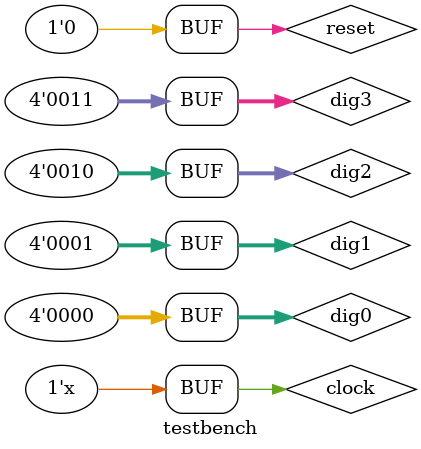
<source format=v>
`timescale 1ns / 1ps


module testbench();
    reg clock;
    reg            reset;
    //reg            mod_cs;
    reg    [3:0]   dig0;
    reg    [3:0]   dig1;
    reg    [3:0]   dig2;
    reg    [3:0]   dig3;
    wire   [3:0]   cathod;
    wire   [7:0]   led_code;
    
    seven_seg dut (
        clock,
        reset,
        //mod_cs,
        dig0,
        dig1,
        dig2,
        dig3,
        cathod,
        led_code
    );
    
    
initial begin
    reset   =   0;
    clock   =   0;
    //mod_cs  =   1;
    dig0    =   0;
    dig1    =   0; 
    dig2    =   0;
    dig3    =   0; 
end

always begin
    #5; clock = ~clock;
end

initial begin
    #100; reset = 1'b1;
    #100; reset = 1'b0;
    #100; 
    
    //mod_cs = 1'b0; 
    
    #100;
    new_seg (4'h0, 4'h1, 4'h2, 4'h3);

end 
    
task new_seg;
    input [3:0] num0;
    input [3:0] num1;
    input [3:0] num2;
    input [3:0] num3;
        begin
            dig0 = num0;
            dig1 = num1;
            dig2 = num2;
            dig3 = num3;
        end
endtask
    
endmodule

</source>
